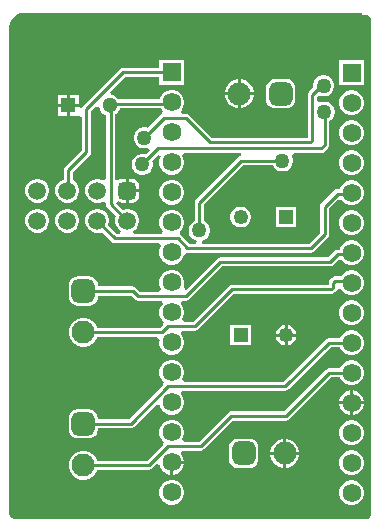
<source format=gbl>
G04*
G04 #@! TF.GenerationSoftware,Altium Limited,Altium Designer,25.5.2 (35)*
G04*
G04 Layer_Physical_Order=2*
G04 Layer_Color=16711680*
%FSLAX44Y44*%
%MOMM*%
G71*
G04*
G04 #@! TF.SameCoordinates,1DA6FF14-1162-4EBA-B803-9B090E078ADF*
G04*
G04*
G04 #@! TF.FilePolarity,Positive*
G04*
G01*
G75*
%ADD13C,0.2540*%
%ADD17C,1.2500*%
%ADD18R,1.2500X1.2500*%
%ADD19C,1.5900*%
%ADD20R,1.5900X1.5900*%
%ADD23C,1.3000*%
%ADD24R,1.3000X1.3000*%
%ADD26C,1.9500*%
G04:AMPARAMS|DCode=27|XSize=1.95mm|YSize=1.95mm|CornerRadius=0.4875mm|HoleSize=0mm|Usage=FLASHONLY|Rotation=180.000|XOffset=0mm|YOffset=0mm|HoleType=Round|Shape=RoundedRectangle|*
%AMROUNDEDRECTD27*
21,1,1.9500,0.9750,0,0,180.0*
21,1,0.9750,1.9500,0,0,180.0*
1,1,0.9750,-0.4875,0.4875*
1,1,0.9750,0.4875,0.4875*
1,1,0.9750,0.4875,-0.4875*
1,1,0.9750,-0.4875,-0.4875*
%
%ADD27ROUNDEDRECTD27*%
G04:AMPARAMS|DCode=28|XSize=1.95mm|YSize=1.95mm|CornerRadius=0.4875mm|HoleSize=0mm|Usage=FLASHONLY|Rotation=270.000|XOffset=0mm|YOffset=0mm|HoleType=Round|Shape=RoundedRectangle|*
%AMROUNDEDRECTD28*
21,1,1.9500,0.9750,0,0,270.0*
21,1,0.9750,1.9500,0,0,270.0*
1,1,0.9750,-0.4875,-0.4875*
1,1,0.9750,-0.4875,0.4875*
1,1,0.9750,0.4875,0.4875*
1,1,0.9750,0.4875,-0.4875*
%
%ADD28ROUNDEDRECTD28*%
G04:AMPARAMS|DCode=29|XSize=1.5mm|YSize=1.5mm|CornerRadius=0.375mm|HoleSize=0mm|Usage=FLASHONLY|Rotation=180.000|XOffset=0mm|YOffset=0mm|HoleType=Round|Shape=RoundedRectangle|*
%AMROUNDEDRECTD29*
21,1,1.5000,0.7500,0,0,180.0*
21,1,0.7500,1.5000,0,0,180.0*
1,1,0.7500,-0.3750,0.3750*
1,1,0.7500,0.3750,0.3750*
1,1,0.7500,0.3750,-0.3750*
1,1,0.7500,-0.3750,-0.3750*
%
%ADD29ROUNDEDRECTD29*%
%ADD30C,1.5000*%
%ADD31C,1.2700*%
G36*
X1478813Y980148D02*
X1479002Y979958D01*
X1479104Y979711D01*
Y979577D01*
X1479130Y979320D01*
X1479327Y978845D01*
X1479691Y978481D01*
X1480166Y978284D01*
X1480424Y978258D01*
X1483233D01*
X1484977Y977536D01*
X1486311Y976201D01*
X1487033Y974458D01*
Y973514D01*
Y555467D01*
Y554628D01*
X1486391Y553078D01*
X1485205Y551892D01*
X1483656Y551250D01*
X1215250D01*
X1215201Y551245D01*
X1215111Y551208D01*
X1214868Y551248D01*
X1214760Y551292D01*
X1214702Y551298D01*
X1184898D01*
X1182880Y552133D01*
X1181336Y553678D01*
X1180500Y555695D01*
Y556787D01*
Y966727D01*
Y968059D01*
X1181020Y970672D01*
X1182039Y973133D01*
X1183519Y975348D01*
X1185402Y977231D01*
X1187617Y978711D01*
X1190078Y979730D01*
X1192691Y980250D01*
X1478566D01*
X1478813Y980148D01*
D02*
G37*
%LPC*%
G36*
X1480990Y939740D02*
X1460010D01*
Y918760D01*
X1480990D01*
Y939740D01*
D02*
G37*
G36*
X1377118Y923790D02*
X1376770D01*
Y912770D01*
X1387790D01*
Y913118D01*
X1386953Y916244D01*
X1385334Y919046D01*
X1383046Y921335D01*
X1380244Y922952D01*
X1377118Y923790D01*
D02*
G37*
G36*
X1374230D02*
X1373882D01*
X1370756Y922952D01*
X1367954Y921335D01*
X1365666Y919046D01*
X1364048Y916244D01*
X1363210Y913118D01*
Y912770D01*
X1374230D01*
Y923790D01*
D02*
G37*
G36*
X1328740Y940140D02*
X1307760D01*
Y933535D01*
X1276900D01*
X1275413Y933239D01*
X1274153Y932397D01*
X1243253Y901497D01*
X1242411Y900237D01*
X1242330Y899829D01*
X1239790Y900079D01*
Y900480D01*
X1232020D01*
Y892710D01*
X1239575D01*
X1239790Y892710D01*
X1242115Y892192D01*
Y863609D01*
X1228003Y849497D01*
X1227161Y848237D01*
X1226865Y846750D01*
Y839058D01*
X1225925Y838806D01*
X1223635Y837484D01*
X1221766Y835615D01*
X1220444Y833325D01*
X1219760Y830772D01*
Y828128D01*
X1220444Y825575D01*
X1221766Y823285D01*
X1223635Y821416D01*
X1225925Y820094D01*
X1228478Y819410D01*
X1231122D01*
X1233675Y820094D01*
X1235965Y821416D01*
X1237834Y823285D01*
X1239156Y825575D01*
X1239840Y828128D01*
Y830772D01*
X1239156Y833325D01*
X1237834Y835615D01*
X1235965Y837484D01*
X1234635Y838252D01*
Y845141D01*
X1248747Y859253D01*
X1249589Y860513D01*
X1249885Y862000D01*
Y897141D01*
X1254170Y901426D01*
X1256230Y900723D01*
X1256749Y900413D01*
X1257326Y898261D01*
X1258516Y896199D01*
X1260199Y894516D01*
X1262261Y893326D01*
X1262625Y893228D01*
Y839689D01*
X1260085Y838223D01*
X1259075Y838806D01*
X1256522Y839490D01*
X1253878D01*
X1251325Y838806D01*
X1249035Y837484D01*
X1247166Y835615D01*
X1245844Y833325D01*
X1245160Y830772D01*
Y828128D01*
X1245844Y825575D01*
X1247166Y823285D01*
X1249035Y821416D01*
X1251325Y820094D01*
X1253878Y819410D01*
X1256522D01*
X1259075Y820094D01*
X1260085Y820677D01*
X1262625Y819211D01*
Y818140D01*
X1262921Y816653D01*
X1263763Y815393D01*
X1271241Y807915D01*
X1270560Y805372D01*
Y802728D01*
X1271244Y800175D01*
X1272566Y797885D01*
X1274435Y796016D01*
X1275442Y795435D01*
X1274762Y792895D01*
X1271849D01*
X1264559Y800185D01*
X1265240Y802728D01*
Y805372D01*
X1264556Y807925D01*
X1263234Y810215D01*
X1261365Y812084D01*
X1259075Y813406D01*
X1256522Y814090D01*
X1253878D01*
X1251325Y813406D01*
X1249035Y812084D01*
X1247166Y810215D01*
X1245844Y807925D01*
X1245160Y805372D01*
Y802728D01*
X1245844Y800175D01*
X1247166Y797885D01*
X1249035Y796016D01*
X1251325Y794694D01*
X1253878Y794010D01*
X1256522D01*
X1259065Y794691D01*
X1267493Y786263D01*
X1268753Y785421D01*
X1270240Y785125D01*
X1307870D01*
X1309218Y782585D01*
X1308475Y781299D01*
X1307760Y778631D01*
Y775869D01*
X1308475Y773201D01*
X1309856Y770809D01*
X1311809Y768856D01*
X1314201Y767475D01*
X1316869Y766760D01*
X1319631D01*
X1322299Y767475D01*
X1324691Y768856D01*
X1326644Y770809D01*
X1328025Y773201D01*
X1328514Y775027D01*
X1329189Y776046D01*
X1331280Y776870D01*
X1331401Y776845D01*
X1436102D01*
X1437589Y777141D01*
X1438849Y777983D01*
X1450497Y789631D01*
X1451339Y790891D01*
X1451635Y792378D01*
Y814391D01*
X1458909Y821666D01*
X1462084Y821248D01*
X1462106Y821209D01*
X1464059Y819256D01*
X1466451Y817875D01*
X1469119Y817160D01*
X1471881D01*
X1474549Y817875D01*
X1476941Y819256D01*
X1478894Y821209D01*
X1480275Y823601D01*
X1480990Y826269D01*
Y829031D01*
X1480275Y831699D01*
X1478894Y834091D01*
X1476941Y836044D01*
X1474549Y837425D01*
X1471881Y838140D01*
X1469119D01*
X1466451Y837425D01*
X1464059Y836044D01*
X1462106Y834091D01*
X1460725Y831699D01*
X1460504Y830875D01*
X1458740D01*
X1457253Y830579D01*
X1455993Y829737D01*
X1445003Y818747D01*
X1444161Y817487D01*
X1443865Y816000D01*
Y793987D01*
X1434493Y784615D01*
X1344104D01*
X1343770Y787155D01*
X1344931Y787466D01*
X1346959Y788636D01*
X1348614Y790291D01*
X1349784Y792319D01*
X1350390Y794580D01*
Y796920D01*
X1349784Y799181D01*
X1348614Y801209D01*
X1346959Y802864D01*
X1345385Y803773D01*
Y817641D01*
X1378859Y851115D01*
X1403833D01*
X1404886Y849291D01*
X1406541Y847636D01*
X1408569Y846466D01*
X1410830Y845860D01*
X1413170D01*
X1415431Y846466D01*
X1417459Y847636D01*
X1419114Y849291D01*
X1420284Y851319D01*
X1420890Y853580D01*
Y855920D01*
X1420284Y858181D01*
X1419935Y858785D01*
X1421402Y861325D01*
X1444460D01*
X1445947Y861621D01*
X1447207Y862463D01*
X1450497Y865753D01*
X1451339Y867013D01*
X1451635Y868500D01*
Y888266D01*
X1452709Y888886D01*
X1454364Y890541D01*
X1455534Y892569D01*
X1456140Y894830D01*
Y897170D01*
X1455534Y899431D01*
X1454364Y901459D01*
X1452709Y903114D01*
X1450681Y904284D01*
X1448420Y904890D01*
X1446080D01*
X1443819Y904284D01*
X1443515Y904109D01*
X1440975Y905575D01*
Y908540D01*
X1443040Y910127D01*
X1443319Y909966D01*
X1445580Y909360D01*
X1447920D01*
X1450181Y909966D01*
X1452209Y911136D01*
X1453864Y912791D01*
X1455034Y914819D01*
X1455640Y917080D01*
Y919420D01*
X1455034Y921681D01*
X1453864Y923709D01*
X1452209Y925364D01*
X1450181Y926534D01*
X1447920Y927140D01*
X1445580D01*
X1443319Y926534D01*
X1441291Y925364D01*
X1439636Y923709D01*
X1438466Y921681D01*
X1437860Y919420D01*
Y917080D01*
X1437908Y916901D01*
X1434343Y913337D01*
X1433501Y912077D01*
X1433205Y910590D01*
Y874175D01*
X1351819D01*
X1332637Y893357D01*
X1331377Y894199D01*
X1329890Y894495D01*
X1326922D01*
X1325870Y897035D01*
X1326644Y897809D01*
X1328025Y900201D01*
X1328740Y902869D01*
Y905631D01*
X1328025Y908299D01*
X1326644Y910691D01*
X1324691Y912644D01*
X1322299Y914025D01*
X1319631Y914740D01*
X1316869D01*
X1314201Y914025D01*
X1311809Y912644D01*
X1309856Y910691D01*
X1308475Y908299D01*
X1308096Y906885D01*
X1273224D01*
X1272984Y907301D01*
X1271301Y908984D01*
X1269239Y910174D01*
X1267087Y910751D01*
X1266777Y911270D01*
X1266074Y913330D01*
X1278509Y925765D01*
X1307760D01*
Y919160D01*
X1328740D01*
Y940140D01*
D02*
G37*
G36*
X1239790Y910790D02*
X1232020D01*
Y903020D01*
X1239790D01*
Y910790D01*
D02*
G37*
G36*
X1229480D02*
X1221710D01*
Y903020D01*
X1229480D01*
Y910790D01*
D02*
G37*
G36*
X1387790Y910230D02*
X1376770D01*
Y899210D01*
X1377118D01*
X1380244Y900048D01*
X1383046Y901666D01*
X1385334Y903954D01*
X1386953Y906756D01*
X1387790Y909882D01*
Y910230D01*
D02*
G37*
G36*
X1374230D02*
X1363210D01*
Y909882D01*
X1364048Y906756D01*
X1365666Y903954D01*
X1367954Y901666D01*
X1370756Y900048D01*
X1373882Y899210D01*
X1374230D01*
Y910230D01*
D02*
G37*
G36*
X1415375Y923854D02*
X1405625D01*
X1403689Y923599D01*
X1401886Y922852D01*
X1400337Y921663D01*
X1399148Y920115D01*
X1398401Y918311D01*
X1398146Y916375D01*
Y906625D01*
X1398401Y904689D01*
X1399148Y902886D01*
X1400337Y901337D01*
X1401886Y900148D01*
X1403689Y899401D01*
X1405625Y899146D01*
X1415375D01*
X1417311Y899401D01*
X1419115Y900148D01*
X1420663Y901337D01*
X1421852Y902886D01*
X1422599Y904689D01*
X1422854Y906625D01*
Y916375D01*
X1422599Y918311D01*
X1421852Y920115D01*
X1420663Y921663D01*
X1419115Y922852D01*
X1417311Y923599D01*
X1415375Y923854D01*
D02*
G37*
G36*
X1471881Y914340D02*
X1469119D01*
X1466451Y913625D01*
X1464059Y912244D01*
X1462106Y910291D01*
X1460725Y907899D01*
X1460010Y905231D01*
Y902469D01*
X1460725Y899801D01*
X1462106Y897409D01*
X1464059Y895456D01*
X1466451Y894075D01*
X1469119Y893360D01*
X1471881D01*
X1474549Y894075D01*
X1476941Y895456D01*
X1478894Y897409D01*
X1480275Y899801D01*
X1480990Y902469D01*
Y905231D01*
X1480275Y907899D01*
X1478894Y910291D01*
X1476941Y912244D01*
X1474549Y913625D01*
X1471881Y914340D01*
D02*
G37*
G36*
X1229480Y900480D02*
X1221710D01*
Y892710D01*
X1229480D01*
Y900480D01*
D02*
G37*
G36*
X1471881Y888940D02*
X1469119D01*
X1466451Y888225D01*
X1464059Y886844D01*
X1462106Y884891D01*
X1460725Y882499D01*
X1460010Y879831D01*
Y877069D01*
X1460725Y874401D01*
X1462106Y872009D01*
X1464059Y870056D01*
X1466451Y868675D01*
X1469119Y867960D01*
X1471881D01*
X1474549Y868675D01*
X1476941Y870056D01*
X1478894Y872009D01*
X1480275Y874401D01*
X1480990Y877069D01*
Y879831D01*
X1480275Y882499D01*
X1478894Y884891D01*
X1476941Y886844D01*
X1474549Y888225D01*
X1471881Y888940D01*
D02*
G37*
G36*
Y863540D02*
X1469119D01*
X1466451Y862825D01*
X1464059Y861444D01*
X1462106Y859491D01*
X1460725Y857099D01*
X1460010Y854431D01*
Y851669D01*
X1460725Y849001D01*
X1462106Y846609D01*
X1464059Y844656D01*
X1466451Y843275D01*
X1469119Y842560D01*
X1471881D01*
X1474549Y843275D01*
X1476941Y844656D01*
X1478894Y846609D01*
X1480275Y849001D01*
X1480990Y851669D01*
Y854431D01*
X1480275Y857099D01*
X1478894Y859491D01*
X1476941Y861444D01*
X1474549Y862825D01*
X1471881Y863540D01*
D02*
G37*
G36*
X1205722Y839490D02*
X1203078D01*
X1200525Y838806D01*
X1198235Y837484D01*
X1196366Y835615D01*
X1195044Y833325D01*
X1194360Y830772D01*
Y828128D01*
X1195044Y825575D01*
X1196366Y823285D01*
X1198235Y821416D01*
X1200525Y820094D01*
X1203078Y819410D01*
X1205722D01*
X1208275Y820094D01*
X1210565Y821416D01*
X1212434Y823285D01*
X1213756Y825575D01*
X1214440Y828128D01*
Y830772D01*
X1213756Y833325D01*
X1212434Y835615D01*
X1210565Y837484D01*
X1208275Y838806D01*
X1205722Y839490D01*
D02*
G37*
G36*
X1423790Y816040D02*
X1406210D01*
Y798460D01*
X1423790D01*
Y816040D01*
D02*
G37*
G36*
X1377657D02*
X1375343D01*
X1373107Y815441D01*
X1371103Y814284D01*
X1369466Y812647D01*
X1368309Y810643D01*
X1367710Y808407D01*
Y806093D01*
X1368309Y803857D01*
X1369466Y801853D01*
X1371103Y800216D01*
X1373107Y799059D01*
X1375343Y798460D01*
X1377657D01*
X1379893Y799059D01*
X1381897Y800216D01*
X1383534Y801853D01*
X1384691Y803857D01*
X1385290Y806093D01*
Y808407D01*
X1384691Y810643D01*
X1383534Y812647D01*
X1381897Y814284D01*
X1379893Y815441D01*
X1377657Y816040D01*
D02*
G37*
G36*
X1231122Y814090D02*
X1228478D01*
X1225925Y813406D01*
X1223635Y812084D01*
X1221766Y810215D01*
X1220444Y807925D01*
X1219760Y805372D01*
Y802728D01*
X1220444Y800175D01*
X1221766Y797885D01*
X1223635Y796016D01*
X1225925Y794694D01*
X1228478Y794010D01*
X1231122D01*
X1233675Y794694D01*
X1235965Y796016D01*
X1237834Y797885D01*
X1239156Y800175D01*
X1239840Y802728D01*
Y805372D01*
X1239156Y807925D01*
X1237834Y810215D01*
X1235965Y812084D01*
X1233675Y813406D01*
X1231122Y814090D01*
D02*
G37*
G36*
X1205722D02*
X1203078D01*
X1200525Y813406D01*
X1198235Y812084D01*
X1196366Y810215D01*
X1195044Y807925D01*
X1194360Y805372D01*
Y802728D01*
X1195044Y800175D01*
X1196366Y797885D01*
X1198235Y796016D01*
X1200525Y794694D01*
X1203078Y794010D01*
X1205722D01*
X1208275Y794694D01*
X1210565Y796016D01*
X1212434Y797885D01*
X1213756Y800175D01*
X1214440Y802728D01*
Y805372D01*
X1213756Y807925D01*
X1212434Y810215D01*
X1210565Y812084D01*
X1208275Y813406D01*
X1205722Y814090D01*
D02*
G37*
G36*
X1471881Y812740D02*
X1469119D01*
X1466451Y812025D01*
X1464059Y810644D01*
X1462106Y808691D01*
X1460725Y806299D01*
X1460010Y803631D01*
Y800869D01*
X1460725Y798201D01*
X1462106Y795809D01*
X1464059Y793856D01*
X1466451Y792475D01*
X1469119Y791760D01*
X1471881D01*
X1474549Y792475D01*
X1476941Y793856D01*
X1478894Y795809D01*
X1480275Y798201D01*
X1480990Y800869D01*
Y803631D01*
X1480275Y806299D01*
X1478894Y808691D01*
X1476941Y810644D01*
X1474549Y812025D01*
X1471881Y812740D01*
D02*
G37*
G36*
Y787340D02*
X1469119D01*
X1466451Y786625D01*
X1464059Y785244D01*
X1462106Y783291D01*
X1460725Y780899D01*
X1460316Y779375D01*
X1458740D01*
X1457253Y779079D01*
X1455993Y778237D01*
X1450891Y773135D01*
X1359500D01*
X1358013Y772839D01*
X1356753Y771997D01*
X1330544Y745787D01*
X1329855Y745890D01*
X1329306Y746464D01*
X1328265Y748697D01*
X1328740Y750469D01*
Y753231D01*
X1328025Y755899D01*
X1326644Y758291D01*
X1324691Y760244D01*
X1322299Y761625D01*
X1319631Y762340D01*
X1316869D01*
X1314201Y761625D01*
X1311809Y760244D01*
X1309856Y758291D01*
X1308475Y755899D01*
X1307760Y753231D01*
Y750469D01*
X1308475Y747801D01*
X1309218Y746515D01*
X1307870Y743975D01*
X1291227D01*
X1287955Y747247D01*
X1286695Y748089D01*
X1285208Y748385D01*
X1255854D01*
Y749375D01*
X1255599Y751311D01*
X1254852Y753114D01*
X1253663Y754663D01*
X1252114Y755852D01*
X1250311Y756599D01*
X1248375Y756854D01*
X1238625D01*
X1236689Y756599D01*
X1234885Y755852D01*
X1233337Y754663D01*
X1232148Y753114D01*
X1231401Y751311D01*
X1231146Y749375D01*
Y739625D01*
X1231401Y737689D01*
X1232148Y735885D01*
X1233337Y734337D01*
X1234885Y733148D01*
X1236689Y732401D01*
X1238625Y732146D01*
X1248375D01*
X1250311Y732401D01*
X1252114Y733148D01*
X1253663Y734337D01*
X1254852Y735885D01*
X1255599Y737689D01*
X1255854Y739625D01*
Y740615D01*
X1283599D01*
X1286871Y737343D01*
X1288132Y736501D01*
X1289618Y736205D01*
X1309578D01*
X1310630Y733665D01*
X1309856Y732891D01*
X1308475Y730499D01*
X1307760Y727831D01*
Y725069D01*
X1308475Y722401D01*
X1309856Y720009D01*
X1311809Y718056D01*
X1310788Y715713D01*
X1308460Y713385D01*
X1255183D01*
X1254952Y714244D01*
X1253335Y717046D01*
X1251046Y719334D01*
X1248244Y720953D01*
X1245118Y721790D01*
X1241882D01*
X1238756Y720953D01*
X1235954Y719334D01*
X1233666Y717046D01*
X1232048Y714244D01*
X1231210Y711118D01*
Y707882D01*
X1232048Y704756D01*
X1233666Y701954D01*
X1235954Y699666D01*
X1238756Y698047D01*
X1241882Y697210D01*
X1245118D01*
X1248244Y698047D01*
X1251046Y699666D01*
X1253335Y701954D01*
X1254952Y704756D01*
X1255183Y705615D01*
X1305984D01*
X1307933Y703075D01*
X1307760Y702431D01*
Y699669D01*
X1308475Y697001D01*
X1309856Y694609D01*
X1311809Y692656D01*
X1314201Y691275D01*
X1316869Y690560D01*
X1319631D01*
X1322299Y691275D01*
X1324691Y692656D01*
X1326644Y694609D01*
X1328025Y697001D01*
X1328740Y699669D01*
Y702431D01*
X1328025Y705099D01*
X1326644Y707491D01*
X1325870Y708265D01*
X1326922Y710805D01*
X1337860D01*
X1339346Y711101D01*
X1340607Y711943D01*
X1370779Y742115D01*
X1453512D01*
X1454999Y742411D01*
X1456259Y743253D01*
X1457747Y744741D01*
X1458589Y746001D01*
X1458592Y746016D01*
X1461270Y746458D01*
X1462106Y745009D01*
X1464059Y743056D01*
X1466451Y741675D01*
X1469119Y740960D01*
X1471881D01*
X1474549Y741675D01*
X1476941Y743056D01*
X1478894Y745009D01*
X1480275Y747401D01*
X1480990Y750069D01*
Y752831D01*
X1480275Y755499D01*
X1478894Y757891D01*
X1476941Y759844D01*
X1474549Y761225D01*
X1471881Y761940D01*
X1469119D01*
X1466451Y761225D01*
X1464059Y759844D01*
X1462106Y757891D01*
X1461525Y756885D01*
X1456488D01*
X1455001Y756589D01*
X1453741Y755747D01*
X1452253Y754259D01*
X1451411Y752999D01*
X1451115Y751512D01*
Y749885D01*
X1369170D01*
X1367683Y749589D01*
X1366423Y748747D01*
X1336251Y718575D01*
X1328630D01*
X1327283Y721115D01*
X1328025Y722401D01*
X1328740Y725069D01*
Y727831D01*
X1328025Y730499D01*
X1326644Y732891D01*
X1325870Y733665D01*
X1326922Y736205D01*
X1330340D01*
X1331827Y736501D01*
X1333087Y737343D01*
X1361109Y765365D01*
X1452500D01*
X1453987Y765661D01*
X1455247Y766503D01*
X1459200Y770456D01*
X1462106Y770409D01*
X1464059Y768456D01*
X1466451Y767075D01*
X1469119Y766360D01*
X1471881D01*
X1474549Y767075D01*
X1476941Y768456D01*
X1478894Y770409D01*
X1480275Y772801D01*
X1480990Y775469D01*
Y778231D01*
X1480275Y780899D01*
X1478894Y783291D01*
X1476941Y785244D01*
X1474549Y786625D01*
X1471881Y787340D01*
D02*
G37*
G36*
Y736540D02*
X1469119D01*
X1466451Y735825D01*
X1464059Y734444D01*
X1462106Y732491D01*
X1460725Y730099D01*
X1460010Y727431D01*
Y724669D01*
X1460725Y722001D01*
X1462106Y719609D01*
X1464059Y717656D01*
X1466451Y716275D01*
X1469119Y715560D01*
X1471881D01*
X1474549Y716275D01*
X1476941Y717656D01*
X1478894Y719609D01*
X1480275Y722001D01*
X1480990Y724669D01*
Y727431D01*
X1480275Y730099D01*
X1478894Y732491D01*
X1476941Y734444D01*
X1474549Y735825D01*
X1471881Y736540D01*
D02*
G37*
G36*
X1416270Y716010D02*
Y708520D01*
X1423760D01*
X1423191Y710643D01*
X1422034Y712647D01*
X1420397Y714284D01*
X1418393Y715441D01*
X1416270Y716010D01*
D02*
G37*
G36*
X1413730Y716010D02*
X1411607Y715441D01*
X1409603Y714284D01*
X1407966Y712647D01*
X1406809Y710643D01*
X1406240Y708520D01*
X1413730D01*
Y716010D01*
D02*
G37*
G36*
Y705980D02*
X1406240D01*
X1406809Y703857D01*
X1407966Y701853D01*
X1409603Y700216D01*
X1411607Y699059D01*
X1413730Y698490D01*
Y705980D01*
D02*
G37*
G36*
X1423760D02*
X1416270D01*
Y698490D01*
X1418393Y699059D01*
X1420397Y700216D01*
X1422034Y701853D01*
X1423191Y703857D01*
X1423760Y705980D01*
D02*
G37*
G36*
X1385290Y716040D02*
X1367710D01*
Y698460D01*
X1385290D01*
Y716040D01*
D02*
G37*
G36*
X1471881Y711140D02*
X1469119D01*
X1466451Y710425D01*
X1464059Y709044D01*
X1462106Y707091D01*
X1460725Y704699D01*
X1460681Y704535D01*
X1451150D01*
X1449663Y704239D01*
X1448403Y703397D01*
X1412781Y667775D01*
X1328630D01*
X1327283Y670315D01*
X1328025Y671601D01*
X1328740Y674269D01*
Y677031D01*
X1328025Y679699D01*
X1326644Y682091D01*
X1324691Y684044D01*
X1322299Y685425D01*
X1319631Y686140D01*
X1316869D01*
X1314201Y685425D01*
X1311809Y684044D01*
X1309856Y682091D01*
X1308475Y679699D01*
X1307760Y677031D01*
Y674269D01*
X1308475Y671601D01*
X1309856Y669209D01*
X1311809Y667256D01*
X1310788Y664913D01*
X1281760Y635885D01*
X1255604D01*
Y636875D01*
X1255349Y638811D01*
X1254602Y640614D01*
X1253413Y642163D01*
X1251864Y643352D01*
X1250061Y644099D01*
X1248125Y644354D01*
X1238375D01*
X1236439Y644099D01*
X1234635Y643352D01*
X1233087Y642163D01*
X1231898Y640614D01*
X1231151Y638811D01*
X1230896Y636875D01*
Y627125D01*
X1231151Y625189D01*
X1231898Y623386D01*
X1233087Y621837D01*
X1234635Y620648D01*
X1236439Y619901D01*
X1238375Y619646D01*
X1248125D01*
X1250061Y619901D01*
X1251864Y620648D01*
X1253413Y621837D01*
X1254602Y623386D01*
X1255349Y625189D01*
X1255604Y627125D01*
Y628115D01*
X1283369D01*
X1284855Y628411D01*
X1286116Y629253D01*
X1305342Y648479D01*
X1308090Y647636D01*
X1308475Y646201D01*
X1309856Y643809D01*
X1311809Y641856D01*
X1314201Y640475D01*
X1316869Y639760D01*
X1319631D01*
X1322299Y640475D01*
X1324691Y641856D01*
X1326644Y643809D01*
X1328025Y646201D01*
X1328740Y648869D01*
Y651631D01*
X1328025Y654299D01*
X1326644Y656691D01*
X1325870Y657465D01*
X1326922Y660005D01*
X1414390D01*
X1415877Y660301D01*
X1417137Y661143D01*
X1452759Y696765D01*
X1460681D01*
X1460725Y696601D01*
X1462106Y694209D01*
X1464059Y692256D01*
X1466451Y690875D01*
X1469119Y690160D01*
X1471881D01*
X1474549Y690875D01*
X1476941Y692256D01*
X1478894Y694209D01*
X1480275Y696601D01*
X1480990Y699269D01*
Y702031D01*
X1480275Y704699D01*
X1478894Y707091D01*
X1476941Y709044D01*
X1474549Y710425D01*
X1471881Y711140D01*
D02*
G37*
G36*
Y685740D02*
X1469119D01*
X1466451Y685025D01*
X1464059Y683644D01*
X1462106Y681691D01*
X1460725Y679299D01*
X1460681Y679135D01*
X1451500D01*
X1450013Y678839D01*
X1448753Y677997D01*
X1413391Y642635D01*
X1368295D01*
X1366808Y642339D01*
X1365548Y641497D01*
X1341026Y616975D01*
X1328630D01*
X1327283Y619515D01*
X1328025Y620801D01*
X1328740Y623469D01*
Y626231D01*
X1328025Y628899D01*
X1326644Y631291D01*
X1324691Y633244D01*
X1322299Y634625D01*
X1319631Y635340D01*
X1316869D01*
X1314201Y634625D01*
X1311809Y633244D01*
X1309856Y631291D01*
X1308475Y628899D01*
X1307760Y626231D01*
Y623469D01*
X1308475Y620801D01*
X1309856Y618409D01*
X1311809Y616456D01*
X1310788Y614113D01*
X1297560Y600885D01*
X1254933D01*
X1254702Y601744D01*
X1253084Y604546D01*
X1250796Y606834D01*
X1247994Y608452D01*
X1244868Y609290D01*
X1241632D01*
X1238506Y608452D01*
X1235704Y606834D01*
X1233416Y604546D01*
X1231797Y601744D01*
X1230960Y598618D01*
Y595382D01*
X1231797Y592256D01*
X1233416Y589454D01*
X1235704Y587166D01*
X1238506Y585547D01*
X1241632Y584710D01*
X1244868D01*
X1247994Y585547D01*
X1250796Y587166D01*
X1253084Y589454D01*
X1254702Y592256D01*
X1254933Y593115D01*
X1299169D01*
X1300655Y593411D01*
X1301916Y594253D01*
X1305342Y597679D01*
X1308090Y596836D01*
X1308475Y595401D01*
X1309856Y593009D01*
X1311809Y591056D01*
X1314201Y589675D01*
X1316869Y588960D01*
X1316980D01*
Y599450D01*
X1318250D01*
Y600720D01*
X1328740D01*
Y600831D01*
X1328025Y603499D01*
X1326644Y605891D01*
X1325870Y606665D01*
X1326922Y609205D01*
X1342635D01*
X1344121Y609501D01*
X1345381Y610343D01*
X1369904Y634865D01*
X1415000D01*
X1416487Y635161D01*
X1417747Y636003D01*
X1453109Y671365D01*
X1460681D01*
X1460725Y671201D01*
X1462106Y668809D01*
X1464059Y666856D01*
X1466451Y665475D01*
X1469119Y664760D01*
X1471881D01*
X1474549Y665475D01*
X1476941Y666856D01*
X1478894Y668809D01*
X1480275Y671201D01*
X1480990Y673869D01*
Y676631D01*
X1480275Y679299D01*
X1478894Y681691D01*
X1476941Y683644D01*
X1474549Y685025D01*
X1471881Y685740D01*
D02*
G37*
G36*
Y660340D02*
X1471770D01*
Y651120D01*
X1480990D01*
Y651231D01*
X1480275Y653899D01*
X1478894Y656291D01*
X1476941Y658244D01*
X1474549Y659625D01*
X1471881Y660340D01*
D02*
G37*
G36*
X1469230D02*
X1469119D01*
X1466451Y659625D01*
X1464059Y658244D01*
X1462106Y656291D01*
X1460725Y653899D01*
X1460010Y651231D01*
Y651120D01*
X1469230D01*
Y660340D01*
D02*
G37*
G36*
X1480990Y648580D02*
X1471770D01*
Y639360D01*
X1471881D01*
X1474549Y640075D01*
X1476941Y641456D01*
X1478894Y643409D01*
X1480275Y645801D01*
X1480990Y648469D01*
Y648580D01*
D02*
G37*
G36*
X1469230D02*
X1460010D01*
Y648469D01*
X1460725Y645801D01*
X1462106Y643409D01*
X1464059Y641456D01*
X1466451Y640075D01*
X1469119Y639360D01*
X1469230D01*
Y648580D01*
D02*
G37*
G36*
X1471881Y634940D02*
X1469119D01*
X1466451Y634225D01*
X1464059Y632844D01*
X1462106Y630891D01*
X1460725Y628499D01*
X1460010Y625831D01*
Y623069D01*
X1460725Y620401D01*
X1462106Y618009D01*
X1464059Y616056D01*
X1466451Y614675D01*
X1469119Y613960D01*
X1471881D01*
X1474549Y614675D01*
X1476941Y616056D01*
X1478894Y618009D01*
X1480275Y620401D01*
X1480990Y623069D01*
Y625831D01*
X1480275Y628499D01*
X1478894Y630891D01*
X1476941Y632844D01*
X1474549Y634225D01*
X1471881Y634940D01*
D02*
G37*
G36*
X1415618Y619290D02*
X1415270D01*
Y608270D01*
X1426290D01*
Y608618D01*
X1425452Y611744D01*
X1423834Y614546D01*
X1421546Y616834D01*
X1418744Y618452D01*
X1415618Y619290D01*
D02*
G37*
G36*
X1412730D02*
X1412382D01*
X1409256Y618452D01*
X1406454Y616834D01*
X1404165Y614546D01*
X1402547Y611744D01*
X1401710Y608618D01*
Y608270D01*
X1412730D01*
Y619290D01*
D02*
G37*
G36*
X1426290Y605730D02*
X1415270D01*
Y594710D01*
X1415618D01*
X1418744Y595548D01*
X1421546Y597166D01*
X1423834Y599454D01*
X1425452Y602256D01*
X1426290Y605382D01*
Y605730D01*
D02*
G37*
G36*
X1412730D02*
X1401710D01*
Y605382D01*
X1402547Y602256D01*
X1404165Y599454D01*
X1406454Y597166D01*
X1409256Y595548D01*
X1412382Y594710D01*
X1412730D01*
Y605730D01*
D02*
G37*
G36*
X1383875Y619354D02*
X1374125D01*
X1372189Y619099D01*
X1370385Y618352D01*
X1368837Y617163D01*
X1367648Y615615D01*
X1366901Y613811D01*
X1366646Y611875D01*
Y602125D01*
X1366901Y600189D01*
X1367648Y598386D01*
X1368837Y596837D01*
X1370385Y595648D01*
X1372189Y594901D01*
X1374125Y594646D01*
X1383875D01*
X1385811Y594901D01*
X1387614Y595648D01*
X1389163Y596837D01*
X1390352Y598386D01*
X1391099Y600189D01*
X1391354Y602125D01*
Y611875D01*
X1391099Y613811D01*
X1390352Y615615D01*
X1389163Y617163D01*
X1387614Y618352D01*
X1385811Y619099D01*
X1383875Y619354D01*
D02*
G37*
G36*
X1328740Y598180D02*
X1319520D01*
Y588960D01*
X1319631D01*
X1322299Y589675D01*
X1324691Y591056D01*
X1326644Y593009D01*
X1328025Y595401D01*
X1328740Y598069D01*
Y598180D01*
D02*
G37*
G36*
X1471881Y609540D02*
X1469119D01*
X1466451Y608825D01*
X1464059Y607444D01*
X1462106Y605491D01*
X1460725Y603099D01*
X1460010Y600431D01*
Y597669D01*
X1460725Y595001D01*
X1462106Y592609D01*
X1464059Y590656D01*
X1466451Y589275D01*
X1469119Y588560D01*
X1471881D01*
X1474549Y589275D01*
X1476941Y590656D01*
X1478894Y592609D01*
X1480275Y595001D01*
X1480990Y597669D01*
Y600431D01*
X1480275Y603099D01*
X1478894Y605491D01*
X1476941Y607444D01*
X1474549Y608825D01*
X1471881Y609540D01*
D02*
G37*
G36*
X1319631Y584540D02*
X1316869D01*
X1314201Y583825D01*
X1311809Y582444D01*
X1309856Y580491D01*
X1308475Y578099D01*
X1307760Y575431D01*
Y572669D01*
X1308475Y570001D01*
X1309856Y567609D01*
X1311809Y565656D01*
X1314201Y564275D01*
X1316869Y563560D01*
X1319631D01*
X1322299Y564275D01*
X1324691Y565656D01*
X1326644Y567609D01*
X1328025Y570001D01*
X1328740Y572669D01*
Y575431D01*
X1328025Y578099D01*
X1326644Y580491D01*
X1324691Y582444D01*
X1322299Y583825D01*
X1319631Y584540D01*
D02*
G37*
G36*
X1471881Y584140D02*
X1469119D01*
X1466451Y583425D01*
X1464059Y582044D01*
X1462106Y580091D01*
X1460725Y577699D01*
X1460010Y575031D01*
Y572269D01*
X1460725Y569601D01*
X1462106Y567209D01*
X1464059Y565256D01*
X1466451Y563875D01*
X1469119Y563160D01*
X1471881D01*
X1474549Y563875D01*
X1476941Y565256D01*
X1478894Y567209D01*
X1480275Y569601D01*
X1480990Y572269D01*
Y575031D01*
X1480275Y577699D01*
X1478894Y580091D01*
X1476941Y582044D01*
X1474549Y583425D01*
X1471881Y584140D01*
D02*
G37*
%LPD*%
G36*
X1309856Y897809D02*
X1310710Y896955D01*
X1309874Y894199D01*
X1309873Y894199D01*
X1308613Y893357D01*
X1297926Y882670D01*
X1296170Y883140D01*
X1293830D01*
X1291569Y882534D01*
X1289541Y881364D01*
X1287886Y879709D01*
X1286716Y877681D01*
X1286110Y875420D01*
Y873080D01*
X1286716Y870819D01*
X1287886Y868791D01*
X1289541Y867136D01*
X1291569Y865966D01*
X1293830Y865360D01*
X1296170D01*
X1298431Y865966D01*
X1299869Y863863D01*
X1296176Y860170D01*
X1294420Y860640D01*
X1292080D01*
X1289819Y860034D01*
X1287791Y858864D01*
X1286136Y857209D01*
X1284966Y855181D01*
X1284360Y852920D01*
Y850580D01*
X1284966Y848319D01*
X1286136Y846291D01*
X1287791Y844636D01*
X1289819Y843466D01*
X1292080Y842860D01*
X1294420D01*
X1296681Y843466D01*
X1298709Y844636D01*
X1300364Y846291D01*
X1301534Y848319D01*
X1302140Y850580D01*
Y852920D01*
X1301670Y854676D01*
X1306975Y859981D01*
X1309008Y858422D01*
X1308475Y857499D01*
X1307760Y854831D01*
Y852069D01*
X1308475Y849401D01*
X1309856Y847009D01*
X1311809Y845056D01*
X1314201Y843675D01*
X1316869Y842960D01*
X1319631D01*
X1322299Y843675D01*
X1324691Y845056D01*
X1326644Y847009D01*
X1328025Y849401D01*
X1328740Y852069D01*
Y854831D01*
X1328025Y857499D01*
X1327283Y858785D01*
X1328630Y861325D01*
X1376501D01*
X1376751Y858785D01*
X1375763Y858589D01*
X1374503Y857747D01*
X1338753Y821997D01*
X1337911Y820737D01*
X1337615Y819250D01*
Y803773D01*
X1336041Y802864D01*
X1334386Y801209D01*
X1333216Y799181D01*
X1332610Y796920D01*
Y794580D01*
X1333216Y792319D01*
X1334386Y790291D01*
X1336041Y788636D01*
X1338069Y787466D01*
X1339230Y787155D01*
X1338896Y784615D01*
X1333010D01*
X1325868Y791757D01*
X1325671Y791889D01*
X1325430Y792471D01*
X1325298Y794739D01*
X1325356Y794921D01*
X1326644Y796209D01*
X1328025Y798601D01*
X1328740Y801269D01*
Y804031D01*
X1328025Y806699D01*
X1326644Y809091D01*
X1324691Y811044D01*
X1322299Y812425D01*
X1319631Y813140D01*
X1316869D01*
X1314201Y812425D01*
X1311809Y811044D01*
X1309856Y809091D01*
X1308475Y806699D01*
X1307760Y804031D01*
Y801269D01*
X1308475Y798601D01*
X1309856Y796209D01*
X1310630Y795435D01*
X1309578Y792895D01*
X1286438D01*
X1285758Y795435D01*
X1286765Y796016D01*
X1288634Y797885D01*
X1289956Y800175D01*
X1290640Y802728D01*
Y805372D01*
X1289956Y807925D01*
X1288634Y810215D01*
X1286765Y812084D01*
X1284475Y813406D01*
X1281922Y814090D01*
X1279278D01*
X1276735Y813409D01*
X1271466Y818678D01*
X1273085Y820651D01*
X1274396Y819775D01*
X1276850Y819287D01*
X1279330D01*
Y829450D01*
Y839613D01*
X1276850D01*
X1274396Y839125D01*
X1272935Y838149D01*
X1270832Y838923D01*
X1270395Y839274D01*
Y893993D01*
X1271301Y894516D01*
X1272984Y896199D01*
X1274174Y898261D01*
X1274403Y899115D01*
X1309102D01*
X1309856Y897809D01*
D02*
G37*
%LPC*%
G36*
X1284350Y839613D02*
X1281870D01*
Y830720D01*
X1290763D01*
Y833200D01*
X1290275Y835654D01*
X1288885Y837735D01*
X1286804Y839125D01*
X1284350Y839613D01*
D02*
G37*
G36*
X1290763Y828180D02*
X1281870D01*
Y819287D01*
X1284350D01*
X1286804Y819775D01*
X1288885Y821165D01*
X1290275Y823246D01*
X1290763Y825700D01*
Y828180D01*
D02*
G37*
G36*
X1319631Y838540D02*
X1316869D01*
X1314201Y837825D01*
X1311809Y836444D01*
X1309856Y834491D01*
X1308475Y832099D01*
X1307760Y829431D01*
Y826669D01*
X1308475Y824001D01*
X1309856Y821609D01*
X1311809Y819656D01*
X1314201Y818275D01*
X1316869Y817560D01*
X1319631D01*
X1322299Y818275D01*
X1324691Y819656D01*
X1326644Y821609D01*
X1328025Y824001D01*
X1328740Y826669D01*
Y829431D01*
X1328025Y832099D01*
X1326644Y834491D01*
X1324691Y836444D01*
X1322299Y837825D01*
X1319631Y838540D01*
D02*
G37*
%LPD*%
D13*
X1415000Y638750D02*
X1451500Y675250D01*
X1470500D01*
X1368295Y638750D02*
X1415000D01*
X1306710Y865210D02*
X1444460D01*
X1293250Y851750D02*
X1306710Y865210D01*
X1342635Y613090D02*
X1368295Y638750D01*
X1315259Y613090D02*
X1342635D01*
X1299169Y597000D02*
X1315259Y613090D01*
X1243250Y597000D02*
X1299169D01*
X1451150Y700650D02*
X1470500D01*
X1414390Y663890D02*
X1451150Y700650D01*
X1315259Y663890D02*
X1414390D01*
X1283369Y632000D02*
X1315259Y663890D01*
X1243250Y632000D02*
X1283369D01*
X1468950Y753000D02*
X1470500Y751450D01*
X1456488Y753000D02*
X1468950D01*
X1455000Y751512D02*
X1456488Y753000D01*
X1455000Y747488D02*
Y751512D01*
X1453512Y746000D02*
X1455000Y747488D01*
X1369170Y746000D02*
X1453512D01*
X1337860Y714690D02*
X1369170Y746000D01*
X1315259Y714690D02*
X1337860D01*
X1310069Y709500D02*
X1315259Y714690D01*
X1243500Y709500D02*
X1310069D01*
X1469140Y775490D02*
X1470500Y776850D01*
X1458740Y775490D02*
X1469140D01*
X1452500Y769250D02*
X1458740Y775490D01*
X1359500Y769250D02*
X1452500D01*
X1330340Y740090D02*
X1359500Y769250D01*
X1289618Y740090D02*
X1330340D01*
X1285208Y744500D02*
X1289618Y740090D01*
X1243500Y744500D02*
X1285208D01*
X1331401Y780730D02*
X1436102D01*
X1447750Y792378D01*
X1323121Y789010D02*
X1331401Y780730D01*
X1407750Y854750D02*
X1412000D01*
X1407500Y855000D02*
X1407750Y854750D01*
X1377250Y855000D02*
X1407500D01*
X1341500Y819250D02*
X1377250Y855000D01*
X1341500Y795750D02*
Y819250D01*
X1350210Y870290D02*
X1435602D01*
X1447750Y868500D02*
Y895500D01*
X1444460Y865210D02*
X1447750Y868500D01*
X1437090Y871778D02*
Y910590D01*
X1311360Y890610D02*
X1329890D01*
X1435602Y870290D02*
X1437090Y871778D01*
X1447250Y896000D02*
X1447750Y895500D01*
X1329890Y890610D02*
X1350210Y870290D01*
X1255200Y804050D02*
X1270240Y789010D01*
X1323121D01*
X1447750Y792378D02*
Y816000D01*
X1458740Y826990D01*
X1446000Y917500D02*
X1446750Y918250D01*
X1444000Y917500D02*
X1446000D01*
X1437090Y910590D02*
X1444000Y917500D01*
X1295000Y874250D02*
X1311360Y890610D01*
X1266510Y818140D02*
Y900990D01*
X1265750Y901750D02*
X1266510Y900990D01*
X1265750Y901750D02*
X1267000Y903000D01*
X1266510Y818140D02*
X1280600Y804050D01*
X1246000Y898750D02*
X1276900Y929650D01*
X1246000Y862000D02*
Y898750D01*
X1230750Y830400D02*
Y846750D01*
X1246000Y862000D01*
X1469840Y826990D02*
X1470500Y827650D01*
X1458740Y826990D02*
X1469840D01*
X1229800Y829450D02*
X1230750Y830400D01*
X1276900Y929650D02*
X1318250D01*
X1267000Y903000D02*
X1317000D01*
X1318250Y904250D01*
D17*
X1415000Y707250D02*
D03*
X1376500Y807250D02*
D03*
D18*
X1415000D02*
D03*
X1376500Y707250D02*
D03*
D19*
X1470500Y573650D02*
D03*
Y599050D02*
D03*
Y624450D02*
D03*
Y649850D02*
D03*
Y675250D02*
D03*
Y700650D02*
D03*
Y726050D02*
D03*
Y751450D02*
D03*
Y776850D02*
D03*
Y802250D02*
D03*
Y827650D02*
D03*
Y853050D02*
D03*
Y878450D02*
D03*
Y903850D02*
D03*
X1318250Y574050D02*
D03*
Y599450D02*
D03*
Y624850D02*
D03*
Y650250D02*
D03*
Y675650D02*
D03*
Y701050D02*
D03*
Y726450D02*
D03*
Y751850D02*
D03*
Y777250D02*
D03*
Y802650D02*
D03*
Y828050D02*
D03*
Y853450D02*
D03*
Y878850D02*
D03*
Y904250D02*
D03*
D20*
X1470500Y929250D02*
D03*
X1318250Y929650D02*
D03*
D23*
X1265750Y901750D02*
D03*
D24*
X1230750D02*
D03*
D26*
X1375500Y911500D02*
D03*
X1414000Y607000D02*
D03*
X1243250Y597000D02*
D03*
X1243500Y709500D02*
D03*
D27*
X1410500Y911500D02*
D03*
X1379000Y607000D02*
D03*
D28*
X1243250Y632000D02*
D03*
X1243500Y744500D02*
D03*
D29*
X1280600Y829450D02*
D03*
D30*
Y804050D02*
D03*
X1255200Y829450D02*
D03*
Y804050D02*
D03*
X1229800Y829450D02*
D03*
X1204400D02*
D03*
X1229800Y804050D02*
D03*
X1204400D02*
D03*
D31*
X1293250Y851750D02*
D03*
X1412000Y854750D02*
D03*
X1341500Y795750D02*
D03*
X1446750Y918250D02*
D03*
X1295000Y874250D02*
D03*
X1447250Y896000D02*
D03*
M02*

</source>
